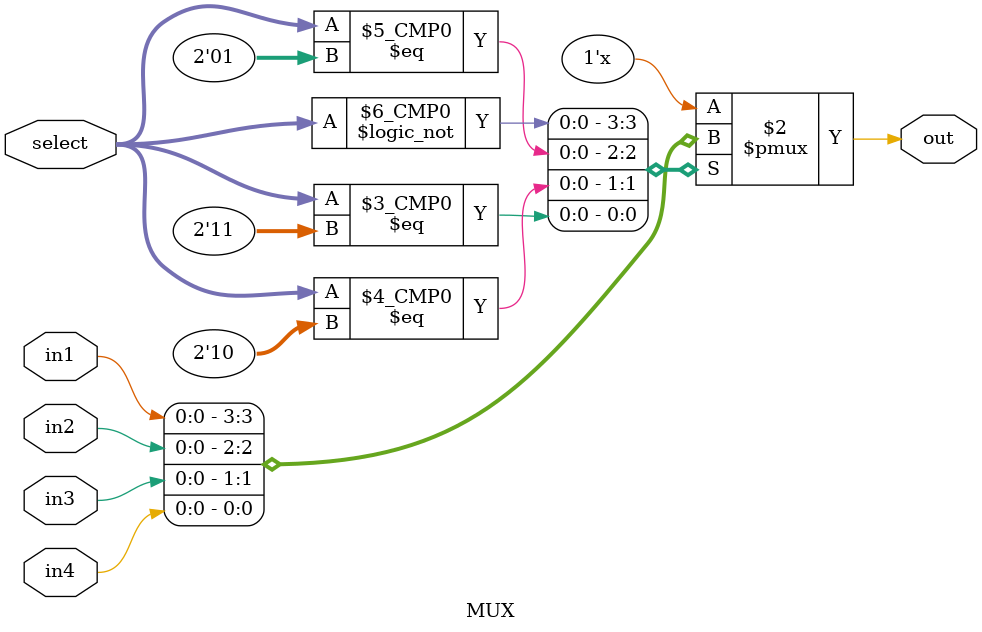
<source format=v>
module MUX (
    input wire in1,
    input wire in2,
    input wire in3,
    input wire in4,
    input wire [1:0] select,
    output reg out
);
    
    always @(*) begin
        case (select)
            2'b00:begin
                out = in1;
            end 
            2'b01:begin
                out = in2;
            end 
            2'b10:begin
                out = in3;
            end 
            2'b11:begin
                out = in4;
            end 
            default: out = 0;
        endcase
    end
endmodule
</source>
